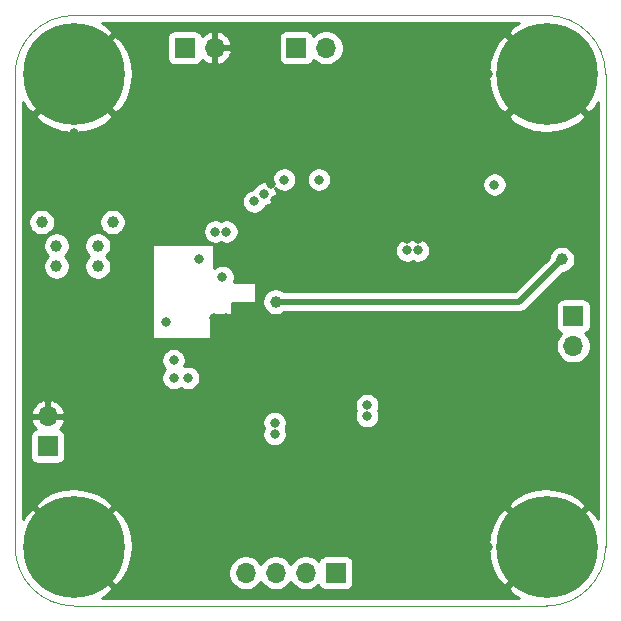
<source format=gbr>
%TF.GenerationSoftware,KiCad,Pcbnew,(5.1.7)-1*%
%TF.CreationDate,2020-10-04T20:50:26-05:00*%
%TF.ProjectId,STM32F4_Breakout,53544d33-3246-4345-9f42-7265616b6f75,rev?*%
%TF.SameCoordinates,Original*%
%TF.FileFunction,Copper,L4,Bot*%
%TF.FilePolarity,Positive*%
%FSLAX46Y46*%
G04 Gerber Fmt 4.6, Leading zero omitted, Abs format (unit mm)*
G04 Created by KiCad (PCBNEW (5.1.7)-1) date 2020-10-04 20:50:26*
%MOMM*%
%LPD*%
G01*
G04 APERTURE LIST*
%TA.AperFunction,Profile*%
%ADD10C,0.050000*%
%TD*%
%TA.AperFunction,ComponentPad*%
%ADD11C,0.900000*%
%TD*%
%TA.AperFunction,ComponentPad*%
%ADD12C,8.600000*%
%TD*%
%TA.AperFunction,ComponentPad*%
%ADD13O,1.700000X1.700000*%
%TD*%
%TA.AperFunction,ComponentPad*%
%ADD14R,1.700000X1.700000*%
%TD*%
%TA.AperFunction,ViaPad*%
%ADD15C,0.800000*%
%TD*%
%TA.AperFunction,ViaPad*%
%ADD16C,1.000000*%
%TD*%
%TA.AperFunction,Conductor*%
%ADD17C,0.500000*%
%TD*%
%TA.AperFunction,Conductor*%
%ADD18C,0.254000*%
%TD*%
%TA.AperFunction,Conductor*%
%ADD19C,0.350000*%
%TD*%
G04 APERTURE END LIST*
D10*
X70000000Y-65000000D02*
G75*
G02*
X65000000Y-70000000I-5000000J0D01*
G01*
X25000000Y-70000000D02*
G75*
G02*
X20000000Y-65000000I0J5000000D01*
G01*
X20000000Y-25000000D02*
G75*
G02*
X25000000Y-20000000I5000000J0D01*
G01*
X65000000Y-20000000D02*
G75*
G02*
X70000000Y-25000000I0J-5000000D01*
G01*
X20000000Y-65000000D02*
X20000000Y-25000000D01*
X65000000Y-70000000D02*
X25000000Y-70000000D01*
X70000000Y-25000000D02*
X70000000Y-65000000D01*
X25000000Y-20000000D02*
X65000000Y-20000000D01*
D11*
%TO.P,H1,1*%
%TO.N,GND*%
X27280419Y-22719581D03*
X25000000Y-21775000D03*
X22719581Y-22719581D03*
X21775000Y-25000000D03*
X22719581Y-27280419D03*
X25000000Y-28225000D03*
X27280419Y-27280419D03*
X28225000Y-25000000D03*
D12*
X25000000Y-25000000D03*
%TD*%
%TO.P,H2,1*%
%TO.N,GND*%
X65000000Y-25000000D03*
D11*
X68225000Y-25000000D03*
X67280419Y-27280419D03*
X65000000Y-28225000D03*
X62719581Y-27280419D03*
X61775000Y-25000000D03*
X62719581Y-22719581D03*
X65000000Y-21775000D03*
X67280419Y-22719581D03*
%TD*%
%TO.P,H3,1*%
%TO.N,GND*%
X67280419Y-62719581D03*
X65000000Y-61775000D03*
X62719581Y-62719581D03*
X61775000Y-65000000D03*
X62719581Y-67280419D03*
X65000000Y-68225000D03*
X67280419Y-67280419D03*
X68225000Y-65000000D03*
D12*
X65000000Y-65000000D03*
%TD*%
%TO.P,H4,1*%
%TO.N,GND*%
X25000000Y-65000000D03*
D11*
X28225000Y-65000000D03*
X27280419Y-67280419D03*
X25000000Y-68225000D03*
X22719581Y-67280419D03*
X21775000Y-65000000D03*
X22719581Y-62719581D03*
X25000000Y-61775000D03*
X27280419Y-62719581D03*
%TD*%
D13*
%TO.P,J1,2*%
%TO.N,GND*%
X22750000Y-53960000D03*
D14*
%TO.P,J1,1*%
%TO.N,VCC*%
X22750000Y-56500000D03*
%TD*%
D13*
%TO.P,J2,2*%
%TO.N,USART1_TX*%
X67250000Y-47990000D03*
D14*
%TO.P,J2,1*%
%TO.N,USART1_RX*%
X67250000Y-45450000D03*
%TD*%
%TO.P,J3,1*%
%TO.N,+3V3*%
X34350000Y-22750000D03*
D13*
%TO.P,J3,2*%
%TO.N,GND*%
X36890000Y-22750000D03*
%TD*%
D14*
%TO.P,J5,1*%
%TO.N,I2C1_SDA*%
X43800000Y-22750000D03*
D13*
%TO.P,J5,2*%
%TO.N,I2C1_SCL*%
X46340000Y-22750000D03*
%TD*%
D14*
%TO.P,J6,1*%
%TO.N,SPI1_MOSI*%
X47150000Y-67200000D03*
D13*
%TO.P,J6,2*%
%TO.N,SPI1_MISO*%
X44610000Y-67200000D03*
%TO.P,J6,3*%
%TO.N,SPI1_SCK*%
X42070000Y-67200000D03*
%TO.P,J6,4*%
%TO.N,SPI1_CS*%
X39530000Y-67200000D03*
%TD*%
D15*
%TO.N,GND*%
X35600000Y-40600000D03*
X32800000Y-46000000D03*
D16*
X21500000Y-46250000D03*
X21500000Y-48250000D03*
X23250000Y-48250000D03*
X21500000Y-50250000D03*
X23250000Y-50250000D03*
D15*
X42000000Y-35600000D03*
X37900000Y-36700000D03*
X53200000Y-38900000D03*
X54100000Y-38900000D03*
X55400000Y-41300000D03*
X53400000Y-51800000D03*
X51800000Y-50900000D03*
X51800000Y-52000000D03*
X48200000Y-55400000D03*
X46700000Y-54400000D03*
X40000000Y-53500000D03*
X40000000Y-52400000D03*
X37875000Y-45600000D03*
X36850000Y-45600000D03*
D16*
X30000000Y-40650000D03*
X30000000Y-39425000D03*
D15*
X31750000Y-34100000D03*
X48200000Y-56325000D03*
X38475000Y-40225000D03*
X41700000Y-34250000D03*
X37900000Y-35700000D03*
X50000000Y-22500000D03*
X55000000Y-22500000D03*
X60000000Y-22500000D03*
X60000000Y-25000000D03*
X55000000Y-25000000D03*
X50000000Y-25000000D03*
X50000000Y-27500000D03*
X55000000Y-27500000D03*
X60000000Y-27500000D03*
X60000000Y-30000000D03*
X55000000Y-30000000D03*
X50000000Y-30000000D03*
X40000000Y-27500000D03*
X40000000Y-25000000D03*
X40000000Y-22500000D03*
X35000000Y-32500000D03*
X40000000Y-32500000D03*
X35000000Y-35000000D03*
X35000000Y-37500000D03*
X32500000Y-37500000D03*
X22500000Y-35000000D03*
X30000000Y-32500000D03*
X50000000Y-32500000D03*
X50000000Y-35000000D03*
X55000000Y-35000000D03*
X55000000Y-32500000D03*
X60000000Y-32500000D03*
X40000000Y-30000000D03*
X55000000Y-52500000D03*
X55000000Y-60000000D03*
X55000000Y-62500000D03*
X55000000Y-65000000D03*
X55000000Y-67500000D03*
X60000000Y-60000000D03*
X60000000Y-62500000D03*
X60000000Y-65000000D03*
X60000000Y-67500000D03*
X50000000Y-67500000D03*
X50000000Y-65000000D03*
X50000000Y-62500000D03*
X50000000Y-60000000D03*
X60000000Y-52500000D03*
X60000000Y-47500000D03*
X65000000Y-52500000D03*
X65000000Y-55000000D03*
X65000000Y-57500000D03*
X60000000Y-50000000D03*
X37500000Y-60000000D03*
X32500000Y-60000000D03*
X32500000Y-57500000D03*
X37500000Y-57500000D03*
X37500000Y-55000000D03*
X32500000Y-55000000D03*
X32500000Y-65000000D03*
X32500000Y-62500000D03*
X37500000Y-62500000D03*
X37500000Y-65000000D03*
X32500000Y-67500000D03*
X32500000Y-52500000D03*
X37500000Y-52500000D03*
X35000000Y-30000000D03*
X30000000Y-30000000D03*
X25000000Y-30000000D03*
X22500000Y-30000000D03*
D16*
%TO.N,+3V3*%
X27000000Y-39500000D03*
X23500000Y-39500000D03*
X27000000Y-41250000D03*
X23500000Y-41250000D03*
X22250000Y-37500000D03*
X28250000Y-37500000D03*
D15*
X41975000Y-54500000D03*
X40250000Y-35750000D03*
X41100000Y-35100000D03*
X37900000Y-38300000D03*
X41975000Y-55450000D03*
X49800000Y-53000000D03*
X49800000Y-53925000D03*
X33425000Y-49200000D03*
X33425000Y-50700000D03*
X34625000Y-50700000D03*
X42775000Y-33900000D03*
X45725000Y-33900000D03*
X53200000Y-39900000D03*
X54100000Y-39900000D03*
X36950000Y-38300000D03*
X37550000Y-42150000D03*
X60575000Y-34325000D03*
D16*
%TO.N,NRST*%
X42050000Y-44250000D03*
X66300000Y-40650000D03*
%TD*%
D17*
%TO.N,NRST*%
X62700000Y-44250000D02*
X66300000Y-40650000D01*
X42050000Y-44250000D02*
X62700000Y-44250000D01*
%TD*%
D18*
%TO.N,GND*%
X62301560Y-20839606D02*
X62188946Y-20914851D01*
X61696787Y-21517182D01*
X65000000Y-24820395D01*
X65014143Y-24806253D01*
X65193748Y-24985858D01*
X65179605Y-25000000D01*
X68482818Y-28303213D01*
X69085149Y-27811054D01*
X69340000Y-27349534D01*
X69340001Y-62648909D01*
X69160394Y-62301560D01*
X69085149Y-62188946D01*
X68482818Y-61696787D01*
X65179605Y-65000000D01*
X65193748Y-65014143D01*
X65014143Y-65193748D01*
X65000000Y-65179605D01*
X61696787Y-68482818D01*
X62188946Y-69085149D01*
X62650466Y-69340000D01*
X27351093Y-69340000D01*
X27698440Y-69160394D01*
X27811054Y-69085149D01*
X28303213Y-68482818D01*
X25000000Y-65179605D01*
X24985858Y-65193748D01*
X24806253Y-65014143D01*
X24820395Y-65000000D01*
X25179605Y-65000000D01*
X28482818Y-68303213D01*
X29085149Y-67811054D01*
X29503336Y-67053740D01*
X38045000Y-67053740D01*
X38045000Y-67346260D01*
X38102068Y-67633158D01*
X38214010Y-67903411D01*
X38376525Y-68146632D01*
X38583368Y-68353475D01*
X38826589Y-68515990D01*
X39096842Y-68627932D01*
X39383740Y-68685000D01*
X39676260Y-68685000D01*
X39963158Y-68627932D01*
X40233411Y-68515990D01*
X40476632Y-68353475D01*
X40683475Y-68146632D01*
X40800000Y-67972240D01*
X40916525Y-68146632D01*
X41123368Y-68353475D01*
X41366589Y-68515990D01*
X41636842Y-68627932D01*
X41923740Y-68685000D01*
X42216260Y-68685000D01*
X42503158Y-68627932D01*
X42773411Y-68515990D01*
X43016632Y-68353475D01*
X43223475Y-68146632D01*
X43340000Y-67972240D01*
X43456525Y-68146632D01*
X43663368Y-68353475D01*
X43906589Y-68515990D01*
X44176842Y-68627932D01*
X44463740Y-68685000D01*
X44756260Y-68685000D01*
X45043158Y-68627932D01*
X45313411Y-68515990D01*
X45556632Y-68353475D01*
X45688487Y-68221620D01*
X45710498Y-68294180D01*
X45769463Y-68404494D01*
X45848815Y-68501185D01*
X45945506Y-68580537D01*
X46055820Y-68639502D01*
X46175518Y-68675812D01*
X46300000Y-68688072D01*
X48000000Y-68688072D01*
X48124482Y-68675812D01*
X48244180Y-68639502D01*
X48354494Y-68580537D01*
X48451185Y-68501185D01*
X48530537Y-68404494D01*
X48589502Y-68294180D01*
X48625812Y-68174482D01*
X48638072Y-68050000D01*
X48638072Y-66350000D01*
X48625812Y-66225518D01*
X48589502Y-66105820D01*
X48530537Y-65995506D01*
X48451185Y-65898815D01*
X48354494Y-65819463D01*
X48244180Y-65760498D01*
X48124482Y-65724188D01*
X48000000Y-65711928D01*
X46300000Y-65711928D01*
X46175518Y-65724188D01*
X46055820Y-65760498D01*
X45945506Y-65819463D01*
X45848815Y-65898815D01*
X45769463Y-65995506D01*
X45710498Y-66105820D01*
X45688487Y-66178380D01*
X45556632Y-66046525D01*
X45313411Y-65884010D01*
X45043158Y-65772068D01*
X44756260Y-65715000D01*
X44463740Y-65715000D01*
X44176842Y-65772068D01*
X43906589Y-65884010D01*
X43663368Y-66046525D01*
X43456525Y-66253368D01*
X43340000Y-66427760D01*
X43223475Y-66253368D01*
X43016632Y-66046525D01*
X42773411Y-65884010D01*
X42503158Y-65772068D01*
X42216260Y-65715000D01*
X41923740Y-65715000D01*
X41636842Y-65772068D01*
X41366589Y-65884010D01*
X41123368Y-66046525D01*
X40916525Y-66253368D01*
X40800000Y-66427760D01*
X40683475Y-66253368D01*
X40476632Y-66046525D01*
X40233411Y-65884010D01*
X39963158Y-65772068D01*
X39676260Y-65715000D01*
X39383740Y-65715000D01*
X39096842Y-65772068D01*
X38826589Y-65884010D01*
X38583368Y-66046525D01*
X38376525Y-66253368D01*
X38214010Y-66496589D01*
X38102068Y-66766842D01*
X38045000Y-67053740D01*
X29503336Y-67053740D01*
X29555063Y-66960067D01*
X29849929Y-66033757D01*
X29958414Y-65067719D01*
X29946940Y-64932281D01*
X60041586Y-64932281D01*
X60123649Y-65900921D01*
X60393107Y-66834938D01*
X60839606Y-67698440D01*
X60914851Y-67811054D01*
X61517182Y-68303213D01*
X64820395Y-65000000D01*
X61517182Y-61696787D01*
X60914851Y-62188946D01*
X60444937Y-63039933D01*
X60150071Y-63966243D01*
X60041586Y-64932281D01*
X29946940Y-64932281D01*
X29876351Y-64099079D01*
X29606893Y-63165062D01*
X29160394Y-62301560D01*
X29085149Y-62188946D01*
X28482818Y-61696787D01*
X25179605Y-65000000D01*
X24820395Y-65000000D01*
X21517182Y-61696787D01*
X20914851Y-62188946D01*
X20660000Y-62650466D01*
X20660000Y-61517182D01*
X21696787Y-61517182D01*
X25000000Y-64820395D01*
X28303213Y-61517182D01*
X61696787Y-61517182D01*
X65000000Y-64820395D01*
X68303213Y-61517182D01*
X67811054Y-60914851D01*
X66960067Y-60444937D01*
X66033757Y-60150071D01*
X65067719Y-60041586D01*
X64099079Y-60123649D01*
X63165062Y-60393107D01*
X62301560Y-60839606D01*
X62188946Y-60914851D01*
X61696787Y-61517182D01*
X28303213Y-61517182D01*
X27811054Y-60914851D01*
X26960067Y-60444937D01*
X26033757Y-60150071D01*
X25067719Y-60041586D01*
X24099079Y-60123649D01*
X23165062Y-60393107D01*
X22301560Y-60839606D01*
X22188946Y-60914851D01*
X21696787Y-61517182D01*
X20660000Y-61517182D01*
X20660000Y-55650000D01*
X21261928Y-55650000D01*
X21261928Y-57350000D01*
X21274188Y-57474482D01*
X21310498Y-57594180D01*
X21369463Y-57704494D01*
X21448815Y-57801185D01*
X21545506Y-57880537D01*
X21655820Y-57939502D01*
X21775518Y-57975812D01*
X21900000Y-57988072D01*
X23600000Y-57988072D01*
X23724482Y-57975812D01*
X23844180Y-57939502D01*
X23954494Y-57880537D01*
X24051185Y-57801185D01*
X24130537Y-57704494D01*
X24189502Y-57594180D01*
X24225812Y-57474482D01*
X24238072Y-57350000D01*
X24238072Y-55650000D01*
X24225812Y-55525518D01*
X24189502Y-55405820D01*
X24130537Y-55295506D01*
X24051185Y-55198815D01*
X23954494Y-55119463D01*
X23844180Y-55060498D01*
X23763534Y-55036034D01*
X23847588Y-54960269D01*
X24021641Y-54726920D01*
X24146825Y-54464099D01*
X24166855Y-54398061D01*
X40940000Y-54398061D01*
X40940000Y-54601939D01*
X40979774Y-54801898D01*
X41051476Y-54975000D01*
X40979774Y-55148102D01*
X40940000Y-55348061D01*
X40940000Y-55551939D01*
X40979774Y-55751898D01*
X41057795Y-55940256D01*
X41171063Y-56109774D01*
X41315226Y-56253937D01*
X41484744Y-56367205D01*
X41673102Y-56445226D01*
X41873061Y-56485000D01*
X42076939Y-56485000D01*
X42276898Y-56445226D01*
X42465256Y-56367205D01*
X42634774Y-56253937D01*
X42778937Y-56109774D01*
X42892205Y-55940256D01*
X42970226Y-55751898D01*
X43010000Y-55551939D01*
X43010000Y-55348061D01*
X42970226Y-55148102D01*
X42898524Y-54975000D01*
X42970226Y-54801898D01*
X43010000Y-54601939D01*
X43010000Y-54398061D01*
X42970226Y-54198102D01*
X42892205Y-54009744D01*
X42778937Y-53840226D01*
X42634774Y-53696063D01*
X42465256Y-53582795D01*
X42276898Y-53504774D01*
X42076939Y-53465000D01*
X41873061Y-53465000D01*
X41673102Y-53504774D01*
X41484744Y-53582795D01*
X41315226Y-53696063D01*
X41171063Y-53840226D01*
X41057795Y-54009744D01*
X40979774Y-54198102D01*
X40940000Y-54398061D01*
X24166855Y-54398061D01*
X24191476Y-54316890D01*
X24070155Y-54087000D01*
X22877000Y-54087000D01*
X22877000Y-54107000D01*
X22623000Y-54107000D01*
X22623000Y-54087000D01*
X21429845Y-54087000D01*
X21308524Y-54316890D01*
X21353175Y-54464099D01*
X21478359Y-54726920D01*
X21652412Y-54960269D01*
X21736466Y-55036034D01*
X21655820Y-55060498D01*
X21545506Y-55119463D01*
X21448815Y-55198815D01*
X21369463Y-55295506D01*
X21310498Y-55405820D01*
X21274188Y-55525518D01*
X21261928Y-55650000D01*
X20660000Y-55650000D01*
X20660000Y-53603110D01*
X21308524Y-53603110D01*
X21429845Y-53833000D01*
X22623000Y-53833000D01*
X22623000Y-52639186D01*
X22877000Y-52639186D01*
X22877000Y-53833000D01*
X24070155Y-53833000D01*
X24191476Y-53603110D01*
X24146825Y-53455901D01*
X24021641Y-53193080D01*
X23847588Y-52959731D01*
X23779171Y-52898061D01*
X48765000Y-52898061D01*
X48765000Y-53101939D01*
X48804774Y-53301898D01*
X48871298Y-53462500D01*
X48804774Y-53623102D01*
X48765000Y-53823061D01*
X48765000Y-54026939D01*
X48804774Y-54226898D01*
X48882795Y-54415256D01*
X48996063Y-54584774D01*
X49140226Y-54728937D01*
X49309744Y-54842205D01*
X49498102Y-54920226D01*
X49698061Y-54960000D01*
X49901939Y-54960000D01*
X50101898Y-54920226D01*
X50290256Y-54842205D01*
X50459774Y-54728937D01*
X50603937Y-54584774D01*
X50717205Y-54415256D01*
X50795226Y-54226898D01*
X50835000Y-54026939D01*
X50835000Y-53823061D01*
X50795226Y-53623102D01*
X50728702Y-53462500D01*
X50795226Y-53301898D01*
X50835000Y-53101939D01*
X50835000Y-52898061D01*
X50795226Y-52698102D01*
X50717205Y-52509744D01*
X50603937Y-52340226D01*
X50459774Y-52196063D01*
X50290256Y-52082795D01*
X50101898Y-52004774D01*
X49901939Y-51965000D01*
X49698061Y-51965000D01*
X49498102Y-52004774D01*
X49309744Y-52082795D01*
X49140226Y-52196063D01*
X48996063Y-52340226D01*
X48882795Y-52509744D01*
X48804774Y-52698102D01*
X48765000Y-52898061D01*
X23779171Y-52898061D01*
X23631355Y-52764822D01*
X23381252Y-52615843D01*
X23106891Y-52518519D01*
X22877000Y-52639186D01*
X22623000Y-52639186D01*
X22393109Y-52518519D01*
X22118748Y-52615843D01*
X21868645Y-52764822D01*
X21652412Y-52959731D01*
X21478359Y-53193080D01*
X21353175Y-53455901D01*
X21308524Y-53603110D01*
X20660000Y-53603110D01*
X20660000Y-49098061D01*
X32390000Y-49098061D01*
X32390000Y-49301939D01*
X32429774Y-49501898D01*
X32507795Y-49690256D01*
X32621063Y-49859774D01*
X32711289Y-49950000D01*
X32621063Y-50040226D01*
X32507795Y-50209744D01*
X32429774Y-50398102D01*
X32390000Y-50598061D01*
X32390000Y-50801939D01*
X32429774Y-51001898D01*
X32507795Y-51190256D01*
X32621063Y-51359774D01*
X32765226Y-51503937D01*
X32934744Y-51617205D01*
X33123102Y-51695226D01*
X33323061Y-51735000D01*
X33526939Y-51735000D01*
X33726898Y-51695226D01*
X33915256Y-51617205D01*
X34025000Y-51543877D01*
X34134744Y-51617205D01*
X34323102Y-51695226D01*
X34523061Y-51735000D01*
X34726939Y-51735000D01*
X34926898Y-51695226D01*
X35115256Y-51617205D01*
X35284774Y-51503937D01*
X35428937Y-51359774D01*
X35542205Y-51190256D01*
X35620226Y-51001898D01*
X35660000Y-50801939D01*
X35660000Y-50598061D01*
X35620226Y-50398102D01*
X35542205Y-50209744D01*
X35428937Y-50040226D01*
X35284774Y-49896063D01*
X35115256Y-49782795D01*
X34926898Y-49704774D01*
X34726939Y-49665000D01*
X34523061Y-49665000D01*
X34333946Y-49702617D01*
X34342205Y-49690256D01*
X34420226Y-49501898D01*
X34460000Y-49301939D01*
X34460000Y-49098061D01*
X34420226Y-48898102D01*
X34342205Y-48709744D01*
X34228937Y-48540226D01*
X34084774Y-48396063D01*
X33915256Y-48282795D01*
X33726898Y-48204774D01*
X33526939Y-48165000D01*
X33323061Y-48165000D01*
X33123102Y-48204774D01*
X32934744Y-48282795D01*
X32765226Y-48396063D01*
X32621063Y-48540226D01*
X32507795Y-48709744D01*
X32429774Y-48898102D01*
X32390000Y-49098061D01*
X20660000Y-49098061D01*
X20660000Y-39388212D01*
X22365000Y-39388212D01*
X22365000Y-39611788D01*
X22408617Y-39831067D01*
X22494176Y-40037624D01*
X22618388Y-40223520D01*
X22769868Y-40375000D01*
X22618388Y-40526480D01*
X22494176Y-40712376D01*
X22408617Y-40918933D01*
X22365000Y-41138212D01*
X22365000Y-41361788D01*
X22408617Y-41581067D01*
X22494176Y-41787624D01*
X22618388Y-41973520D01*
X22776480Y-42131612D01*
X22962376Y-42255824D01*
X23168933Y-42341383D01*
X23388212Y-42385000D01*
X23611788Y-42385000D01*
X23831067Y-42341383D01*
X24037624Y-42255824D01*
X24223520Y-42131612D01*
X24381612Y-41973520D01*
X24505824Y-41787624D01*
X24591383Y-41581067D01*
X24635000Y-41361788D01*
X24635000Y-41138212D01*
X24591383Y-40918933D01*
X24505824Y-40712376D01*
X24381612Y-40526480D01*
X24230132Y-40375000D01*
X24381612Y-40223520D01*
X24505824Y-40037624D01*
X24591383Y-39831067D01*
X24635000Y-39611788D01*
X24635000Y-39388212D01*
X25865000Y-39388212D01*
X25865000Y-39611788D01*
X25908617Y-39831067D01*
X25994176Y-40037624D01*
X26118388Y-40223520D01*
X26269868Y-40375000D01*
X26118388Y-40526480D01*
X25994176Y-40712376D01*
X25908617Y-40918933D01*
X25865000Y-41138212D01*
X25865000Y-41361788D01*
X25908617Y-41581067D01*
X25994176Y-41787624D01*
X26118388Y-41973520D01*
X26276480Y-42131612D01*
X26462376Y-42255824D01*
X26668933Y-42341383D01*
X26888212Y-42385000D01*
X27111788Y-42385000D01*
X27331067Y-42341383D01*
X27537624Y-42255824D01*
X27723520Y-42131612D01*
X27881612Y-41973520D01*
X28005824Y-41787624D01*
X28091383Y-41581067D01*
X28135000Y-41361788D01*
X28135000Y-41138212D01*
X28091383Y-40918933D01*
X28005824Y-40712376D01*
X27881612Y-40526480D01*
X27730132Y-40375000D01*
X27881612Y-40223520D01*
X28005824Y-40037624D01*
X28091383Y-39831067D01*
X28135000Y-39611788D01*
X28135000Y-39500000D01*
X31623000Y-39500000D01*
X31623000Y-47250000D01*
X31625440Y-47274776D01*
X31632667Y-47298601D01*
X31644403Y-47320557D01*
X31660197Y-47339803D01*
X31679443Y-47355597D01*
X31701399Y-47367333D01*
X31725224Y-47374560D01*
X31750000Y-47377000D01*
X36500000Y-47377000D01*
X36524776Y-47374560D01*
X36548601Y-47367333D01*
X36570557Y-47355597D01*
X36589803Y-47339803D01*
X36605597Y-47320557D01*
X36617333Y-47298601D01*
X36624560Y-47274776D01*
X36627000Y-47250000D01*
X36627000Y-45377000D01*
X38250000Y-45377000D01*
X38274776Y-45374560D01*
X38298601Y-45367333D01*
X38320557Y-45355597D01*
X38339803Y-45339803D01*
X38355597Y-45320557D01*
X38367333Y-45298601D01*
X38374560Y-45274776D01*
X38377000Y-45250000D01*
X38377000Y-44377000D01*
X40250000Y-44377000D01*
X40274776Y-44374560D01*
X40298601Y-44367333D01*
X40320557Y-44355597D01*
X40339803Y-44339803D01*
X40355597Y-44320557D01*
X40367333Y-44298601D01*
X40374560Y-44274776D01*
X40377000Y-44250000D01*
X40377000Y-44138212D01*
X40915000Y-44138212D01*
X40915000Y-44361788D01*
X40958617Y-44581067D01*
X41044176Y-44787624D01*
X41168388Y-44973520D01*
X41326480Y-45131612D01*
X41512376Y-45255824D01*
X41718933Y-45341383D01*
X41938212Y-45385000D01*
X42161788Y-45385000D01*
X42381067Y-45341383D01*
X42587624Y-45255824D01*
X42768450Y-45135000D01*
X62656531Y-45135000D01*
X62700000Y-45139281D01*
X62743469Y-45135000D01*
X62743477Y-45135000D01*
X62873490Y-45122195D01*
X63040313Y-45071589D01*
X63194059Y-44989411D01*
X63328817Y-44878817D01*
X63356534Y-44845044D01*
X63601578Y-44600000D01*
X65761928Y-44600000D01*
X65761928Y-46300000D01*
X65774188Y-46424482D01*
X65810498Y-46544180D01*
X65869463Y-46654494D01*
X65948815Y-46751185D01*
X66045506Y-46830537D01*
X66155820Y-46889502D01*
X66228380Y-46911513D01*
X66096525Y-47043368D01*
X65934010Y-47286589D01*
X65822068Y-47556842D01*
X65765000Y-47843740D01*
X65765000Y-48136260D01*
X65822068Y-48423158D01*
X65934010Y-48693411D01*
X66096525Y-48936632D01*
X66303368Y-49143475D01*
X66546589Y-49305990D01*
X66816842Y-49417932D01*
X67103740Y-49475000D01*
X67396260Y-49475000D01*
X67683158Y-49417932D01*
X67953411Y-49305990D01*
X68196632Y-49143475D01*
X68403475Y-48936632D01*
X68565990Y-48693411D01*
X68677932Y-48423158D01*
X68735000Y-48136260D01*
X68735000Y-47843740D01*
X68677932Y-47556842D01*
X68565990Y-47286589D01*
X68403475Y-47043368D01*
X68271620Y-46911513D01*
X68344180Y-46889502D01*
X68454494Y-46830537D01*
X68551185Y-46751185D01*
X68630537Y-46654494D01*
X68689502Y-46544180D01*
X68725812Y-46424482D01*
X68738072Y-46300000D01*
X68738072Y-44600000D01*
X68725812Y-44475518D01*
X68689502Y-44355820D01*
X68630537Y-44245506D01*
X68551185Y-44148815D01*
X68454494Y-44069463D01*
X68344180Y-44010498D01*
X68224482Y-43974188D01*
X68100000Y-43961928D01*
X66400000Y-43961928D01*
X66275518Y-43974188D01*
X66155820Y-44010498D01*
X66045506Y-44069463D01*
X65948815Y-44148815D01*
X65869463Y-44245506D01*
X65810498Y-44355820D01*
X65774188Y-44475518D01*
X65761928Y-44600000D01*
X63601578Y-44600000D01*
X66417768Y-41783810D01*
X66631067Y-41741383D01*
X66837624Y-41655824D01*
X67023520Y-41531612D01*
X67181612Y-41373520D01*
X67305824Y-41187624D01*
X67391383Y-40981067D01*
X67435000Y-40761788D01*
X67435000Y-40538212D01*
X67391383Y-40318933D01*
X67305824Y-40112376D01*
X67181612Y-39926480D01*
X67023520Y-39768388D01*
X66837624Y-39644176D01*
X66631067Y-39558617D01*
X66411788Y-39515000D01*
X66188212Y-39515000D01*
X65968933Y-39558617D01*
X65762376Y-39644176D01*
X65576480Y-39768388D01*
X65418388Y-39926480D01*
X65294176Y-40112376D01*
X65208617Y-40318933D01*
X65166190Y-40532232D01*
X62333422Y-43365000D01*
X42768450Y-43365000D01*
X42587624Y-43244176D01*
X42381067Y-43158617D01*
X42161788Y-43115000D01*
X41938212Y-43115000D01*
X41718933Y-43158617D01*
X41512376Y-43244176D01*
X41326480Y-43368388D01*
X41168388Y-43526480D01*
X41044176Y-43712376D01*
X40958617Y-43918933D01*
X40915000Y-44138212D01*
X40377000Y-44138212D01*
X40377000Y-42700000D01*
X40374560Y-42675224D01*
X40367333Y-42651399D01*
X40355597Y-42629443D01*
X40339803Y-42610197D01*
X40320557Y-42594403D01*
X40298601Y-42582667D01*
X40274776Y-42575440D01*
X40250000Y-42573000D01*
X38495064Y-42573000D01*
X38545226Y-42451898D01*
X38585000Y-42251939D01*
X38585000Y-42048061D01*
X38545226Y-41848102D01*
X38467205Y-41659744D01*
X38353937Y-41490226D01*
X38209774Y-41346063D01*
X38040256Y-41232795D01*
X37851898Y-41154774D01*
X37651939Y-41115000D01*
X37448061Y-41115000D01*
X37248102Y-41154774D01*
X37059744Y-41232795D01*
X36890226Y-41346063D01*
X36877000Y-41359289D01*
X36877000Y-39798061D01*
X52165000Y-39798061D01*
X52165000Y-40001939D01*
X52204774Y-40201898D01*
X52282795Y-40390256D01*
X52396063Y-40559774D01*
X52540226Y-40703937D01*
X52709744Y-40817205D01*
X52898102Y-40895226D01*
X53098061Y-40935000D01*
X53301939Y-40935000D01*
X53501898Y-40895226D01*
X53650000Y-40833880D01*
X53798102Y-40895226D01*
X53998061Y-40935000D01*
X54201939Y-40935000D01*
X54401898Y-40895226D01*
X54590256Y-40817205D01*
X54759774Y-40703937D01*
X54903937Y-40559774D01*
X55017205Y-40390256D01*
X55095226Y-40201898D01*
X55135000Y-40001939D01*
X55135000Y-39798061D01*
X55095226Y-39598102D01*
X55017205Y-39409744D01*
X54903937Y-39240226D01*
X54759774Y-39096063D01*
X54590256Y-38982795D01*
X54401898Y-38904774D01*
X54201939Y-38865000D01*
X53998061Y-38865000D01*
X53798102Y-38904774D01*
X53650000Y-38966120D01*
X53501898Y-38904774D01*
X53301939Y-38865000D01*
X53098061Y-38865000D01*
X52898102Y-38904774D01*
X52709744Y-38982795D01*
X52540226Y-39096063D01*
X52396063Y-39240226D01*
X52282795Y-39409744D01*
X52204774Y-39598102D01*
X52165000Y-39798061D01*
X36877000Y-39798061D01*
X36877000Y-39500000D01*
X36874560Y-39475224D01*
X36867333Y-39451399D01*
X36855597Y-39429443D01*
X36839803Y-39410197D01*
X36820557Y-39394403D01*
X36798601Y-39382667D01*
X36774776Y-39375440D01*
X36750000Y-39373000D01*
X31750000Y-39373000D01*
X31725224Y-39375440D01*
X31701399Y-39382667D01*
X31679443Y-39394403D01*
X31660197Y-39410197D01*
X31644403Y-39429443D01*
X31632667Y-39451399D01*
X31625440Y-39475224D01*
X31623000Y-39500000D01*
X28135000Y-39500000D01*
X28135000Y-39388212D01*
X28091383Y-39168933D01*
X28005824Y-38962376D01*
X27881612Y-38776480D01*
X27723520Y-38618388D01*
X27537624Y-38494176D01*
X27331067Y-38408617D01*
X27111788Y-38365000D01*
X26888212Y-38365000D01*
X26668933Y-38408617D01*
X26462376Y-38494176D01*
X26276480Y-38618388D01*
X26118388Y-38776480D01*
X25994176Y-38962376D01*
X25908617Y-39168933D01*
X25865000Y-39388212D01*
X24635000Y-39388212D01*
X24591383Y-39168933D01*
X24505824Y-38962376D01*
X24381612Y-38776480D01*
X24223520Y-38618388D01*
X24037624Y-38494176D01*
X23831067Y-38408617D01*
X23611788Y-38365000D01*
X23388212Y-38365000D01*
X23168933Y-38408617D01*
X22962376Y-38494176D01*
X22776480Y-38618388D01*
X22618388Y-38776480D01*
X22494176Y-38962376D01*
X22408617Y-39168933D01*
X22365000Y-39388212D01*
X20660000Y-39388212D01*
X20660000Y-37388212D01*
X21115000Y-37388212D01*
X21115000Y-37611788D01*
X21158617Y-37831067D01*
X21244176Y-38037624D01*
X21368388Y-38223520D01*
X21526480Y-38381612D01*
X21712376Y-38505824D01*
X21918933Y-38591383D01*
X22138212Y-38635000D01*
X22361788Y-38635000D01*
X22581067Y-38591383D01*
X22787624Y-38505824D01*
X22973520Y-38381612D01*
X23131612Y-38223520D01*
X23255824Y-38037624D01*
X23341383Y-37831067D01*
X23385000Y-37611788D01*
X23385000Y-37388212D01*
X27115000Y-37388212D01*
X27115000Y-37611788D01*
X27158617Y-37831067D01*
X27244176Y-38037624D01*
X27368388Y-38223520D01*
X27526480Y-38381612D01*
X27712376Y-38505824D01*
X27918933Y-38591383D01*
X28138212Y-38635000D01*
X28361788Y-38635000D01*
X28581067Y-38591383D01*
X28787624Y-38505824D01*
X28973520Y-38381612D01*
X29131612Y-38223520D01*
X29148623Y-38198061D01*
X35915000Y-38198061D01*
X35915000Y-38401939D01*
X35954774Y-38601898D01*
X36032795Y-38790256D01*
X36146063Y-38959774D01*
X36290226Y-39103937D01*
X36459744Y-39217205D01*
X36648102Y-39295226D01*
X36848061Y-39335000D01*
X37051939Y-39335000D01*
X37251898Y-39295226D01*
X37425000Y-39223524D01*
X37598102Y-39295226D01*
X37798061Y-39335000D01*
X38001939Y-39335000D01*
X38201898Y-39295226D01*
X38390256Y-39217205D01*
X38559774Y-39103937D01*
X38703937Y-38959774D01*
X38817205Y-38790256D01*
X38895226Y-38601898D01*
X38935000Y-38401939D01*
X38935000Y-38198061D01*
X38895226Y-37998102D01*
X38817205Y-37809744D01*
X38703937Y-37640226D01*
X38559774Y-37496063D01*
X38390256Y-37382795D01*
X38201898Y-37304774D01*
X38001939Y-37265000D01*
X37798061Y-37265000D01*
X37598102Y-37304774D01*
X37425000Y-37376476D01*
X37251898Y-37304774D01*
X37051939Y-37265000D01*
X36848061Y-37265000D01*
X36648102Y-37304774D01*
X36459744Y-37382795D01*
X36290226Y-37496063D01*
X36146063Y-37640226D01*
X36032795Y-37809744D01*
X35954774Y-37998102D01*
X35915000Y-38198061D01*
X29148623Y-38198061D01*
X29255824Y-38037624D01*
X29341383Y-37831067D01*
X29385000Y-37611788D01*
X29385000Y-37388212D01*
X29341383Y-37168933D01*
X29255824Y-36962376D01*
X29131612Y-36776480D01*
X28973520Y-36618388D01*
X28787624Y-36494176D01*
X28581067Y-36408617D01*
X28361788Y-36365000D01*
X28138212Y-36365000D01*
X27918933Y-36408617D01*
X27712376Y-36494176D01*
X27526480Y-36618388D01*
X27368388Y-36776480D01*
X27244176Y-36962376D01*
X27158617Y-37168933D01*
X27115000Y-37388212D01*
X23385000Y-37388212D01*
X23341383Y-37168933D01*
X23255824Y-36962376D01*
X23131612Y-36776480D01*
X22973520Y-36618388D01*
X22787624Y-36494176D01*
X22581067Y-36408617D01*
X22361788Y-36365000D01*
X22138212Y-36365000D01*
X21918933Y-36408617D01*
X21712376Y-36494176D01*
X21526480Y-36618388D01*
X21368388Y-36776480D01*
X21244176Y-36962376D01*
X21158617Y-37168933D01*
X21115000Y-37388212D01*
X20660000Y-37388212D01*
X20660000Y-35648061D01*
X39215000Y-35648061D01*
X39215000Y-35851939D01*
X39254774Y-36051898D01*
X39332795Y-36240256D01*
X39446063Y-36409774D01*
X39590226Y-36553937D01*
X39759744Y-36667205D01*
X39948102Y-36745226D01*
X40148061Y-36785000D01*
X40351939Y-36785000D01*
X40551898Y-36745226D01*
X40740256Y-36667205D01*
X40909774Y-36553937D01*
X41053937Y-36409774D01*
X41167205Y-36240256D01*
X41211600Y-36133078D01*
X41401898Y-36095226D01*
X41590256Y-36017205D01*
X41759774Y-35903937D01*
X41903937Y-35759774D01*
X42017205Y-35590256D01*
X42095226Y-35401898D01*
X42135000Y-35201939D01*
X42135000Y-34998061D01*
X42095226Y-34798102D01*
X42017205Y-34609744D01*
X42009497Y-34598208D01*
X42115226Y-34703937D01*
X42284744Y-34817205D01*
X42473102Y-34895226D01*
X42673061Y-34935000D01*
X42876939Y-34935000D01*
X43076898Y-34895226D01*
X43265256Y-34817205D01*
X43434774Y-34703937D01*
X43578937Y-34559774D01*
X43692205Y-34390256D01*
X43770226Y-34201898D01*
X43810000Y-34001939D01*
X43810000Y-33798061D01*
X44690000Y-33798061D01*
X44690000Y-34001939D01*
X44729774Y-34201898D01*
X44807795Y-34390256D01*
X44921063Y-34559774D01*
X45065226Y-34703937D01*
X45234744Y-34817205D01*
X45423102Y-34895226D01*
X45623061Y-34935000D01*
X45826939Y-34935000D01*
X46026898Y-34895226D01*
X46215256Y-34817205D01*
X46384774Y-34703937D01*
X46528937Y-34559774D01*
X46642205Y-34390256D01*
X46711459Y-34223061D01*
X59540000Y-34223061D01*
X59540000Y-34426939D01*
X59579774Y-34626898D01*
X59657795Y-34815256D01*
X59771063Y-34984774D01*
X59915226Y-35128937D01*
X60084744Y-35242205D01*
X60273102Y-35320226D01*
X60473061Y-35360000D01*
X60676939Y-35360000D01*
X60876898Y-35320226D01*
X61065256Y-35242205D01*
X61234774Y-35128937D01*
X61378937Y-34984774D01*
X61492205Y-34815256D01*
X61570226Y-34626898D01*
X61610000Y-34426939D01*
X61610000Y-34223061D01*
X61570226Y-34023102D01*
X61492205Y-33834744D01*
X61378937Y-33665226D01*
X61234774Y-33521063D01*
X61065256Y-33407795D01*
X60876898Y-33329774D01*
X60676939Y-33290000D01*
X60473061Y-33290000D01*
X60273102Y-33329774D01*
X60084744Y-33407795D01*
X59915226Y-33521063D01*
X59771063Y-33665226D01*
X59657795Y-33834744D01*
X59579774Y-34023102D01*
X59540000Y-34223061D01*
X46711459Y-34223061D01*
X46720226Y-34201898D01*
X46760000Y-34001939D01*
X46760000Y-33798061D01*
X46720226Y-33598102D01*
X46642205Y-33409744D01*
X46528937Y-33240226D01*
X46384774Y-33096063D01*
X46215256Y-32982795D01*
X46026898Y-32904774D01*
X45826939Y-32865000D01*
X45623061Y-32865000D01*
X45423102Y-32904774D01*
X45234744Y-32982795D01*
X45065226Y-33096063D01*
X44921063Y-33240226D01*
X44807795Y-33409744D01*
X44729774Y-33598102D01*
X44690000Y-33798061D01*
X43810000Y-33798061D01*
X43770226Y-33598102D01*
X43692205Y-33409744D01*
X43578937Y-33240226D01*
X43434774Y-33096063D01*
X43265256Y-32982795D01*
X43076898Y-32904774D01*
X42876939Y-32865000D01*
X42673061Y-32865000D01*
X42473102Y-32904774D01*
X42284744Y-32982795D01*
X42115226Y-33096063D01*
X41971063Y-33240226D01*
X41857795Y-33409744D01*
X41779774Y-33598102D01*
X41740000Y-33798061D01*
X41740000Y-34001939D01*
X41779774Y-34201898D01*
X41857795Y-34390256D01*
X41865503Y-34401792D01*
X41759774Y-34296063D01*
X41590256Y-34182795D01*
X41401898Y-34104774D01*
X41201939Y-34065000D01*
X40998061Y-34065000D01*
X40798102Y-34104774D01*
X40609744Y-34182795D01*
X40440226Y-34296063D01*
X40296063Y-34440226D01*
X40182795Y-34609744D01*
X40138400Y-34716922D01*
X39948102Y-34754774D01*
X39759744Y-34832795D01*
X39590226Y-34946063D01*
X39446063Y-35090226D01*
X39332795Y-35259744D01*
X39254774Y-35448102D01*
X39215000Y-35648061D01*
X20660000Y-35648061D01*
X20660000Y-28482818D01*
X21696787Y-28482818D01*
X22188946Y-29085149D01*
X23039933Y-29555063D01*
X23966243Y-29849929D01*
X24932281Y-29958414D01*
X25900921Y-29876351D01*
X26834938Y-29606893D01*
X27698440Y-29160394D01*
X27811054Y-29085149D01*
X28303213Y-28482818D01*
X61696787Y-28482818D01*
X62188946Y-29085149D01*
X63039933Y-29555063D01*
X63966243Y-29849929D01*
X64932281Y-29958414D01*
X65900921Y-29876351D01*
X66834938Y-29606893D01*
X67698440Y-29160394D01*
X67811054Y-29085149D01*
X68303213Y-28482818D01*
X65000000Y-25179605D01*
X61696787Y-28482818D01*
X28303213Y-28482818D01*
X25000000Y-25179605D01*
X21696787Y-28482818D01*
X20660000Y-28482818D01*
X20660000Y-27351093D01*
X20839606Y-27698440D01*
X20914851Y-27811054D01*
X21517182Y-28303213D01*
X24820395Y-25000000D01*
X25179605Y-25000000D01*
X28482818Y-28303213D01*
X29085149Y-27811054D01*
X29555063Y-26960067D01*
X29849929Y-26033757D01*
X29958414Y-25067719D01*
X29946940Y-24932281D01*
X60041586Y-24932281D01*
X60123649Y-25900921D01*
X60393107Y-26834938D01*
X60839606Y-27698440D01*
X60914851Y-27811054D01*
X61517182Y-28303213D01*
X64820395Y-25000000D01*
X61517182Y-21696787D01*
X60914851Y-22188946D01*
X60444937Y-23039933D01*
X60150071Y-23966243D01*
X60041586Y-24932281D01*
X29946940Y-24932281D01*
X29876351Y-24099079D01*
X29606893Y-23165062D01*
X29160394Y-22301560D01*
X29085149Y-22188946D01*
X28731522Y-21900000D01*
X32861928Y-21900000D01*
X32861928Y-23600000D01*
X32874188Y-23724482D01*
X32910498Y-23844180D01*
X32969463Y-23954494D01*
X33048815Y-24051185D01*
X33145506Y-24130537D01*
X33255820Y-24189502D01*
X33375518Y-24225812D01*
X33500000Y-24238072D01*
X35200000Y-24238072D01*
X35324482Y-24225812D01*
X35444180Y-24189502D01*
X35554494Y-24130537D01*
X35651185Y-24051185D01*
X35730537Y-23954494D01*
X35789502Y-23844180D01*
X35813966Y-23763534D01*
X35889731Y-23847588D01*
X36123080Y-24021641D01*
X36385901Y-24146825D01*
X36533110Y-24191476D01*
X36763000Y-24070155D01*
X36763000Y-22877000D01*
X37017000Y-22877000D01*
X37017000Y-24070155D01*
X37246890Y-24191476D01*
X37394099Y-24146825D01*
X37656920Y-24021641D01*
X37890269Y-23847588D01*
X38085178Y-23631355D01*
X38234157Y-23381252D01*
X38331481Y-23106891D01*
X38210814Y-22877000D01*
X37017000Y-22877000D01*
X36763000Y-22877000D01*
X36743000Y-22877000D01*
X36743000Y-22623000D01*
X36763000Y-22623000D01*
X36763000Y-21429845D01*
X37017000Y-21429845D01*
X37017000Y-22623000D01*
X38210814Y-22623000D01*
X38331481Y-22393109D01*
X38234157Y-22118748D01*
X38103856Y-21900000D01*
X42311928Y-21900000D01*
X42311928Y-23600000D01*
X42324188Y-23724482D01*
X42360498Y-23844180D01*
X42419463Y-23954494D01*
X42498815Y-24051185D01*
X42595506Y-24130537D01*
X42705820Y-24189502D01*
X42825518Y-24225812D01*
X42950000Y-24238072D01*
X44650000Y-24238072D01*
X44774482Y-24225812D01*
X44894180Y-24189502D01*
X45004494Y-24130537D01*
X45101185Y-24051185D01*
X45180537Y-23954494D01*
X45239502Y-23844180D01*
X45261513Y-23771620D01*
X45393368Y-23903475D01*
X45636589Y-24065990D01*
X45906842Y-24177932D01*
X46193740Y-24235000D01*
X46486260Y-24235000D01*
X46773158Y-24177932D01*
X47043411Y-24065990D01*
X47286632Y-23903475D01*
X47493475Y-23696632D01*
X47655990Y-23453411D01*
X47767932Y-23183158D01*
X47825000Y-22896260D01*
X47825000Y-22603740D01*
X47767932Y-22316842D01*
X47655990Y-22046589D01*
X47493475Y-21803368D01*
X47286632Y-21596525D01*
X47043411Y-21434010D01*
X46773158Y-21322068D01*
X46486260Y-21265000D01*
X46193740Y-21265000D01*
X45906842Y-21322068D01*
X45636589Y-21434010D01*
X45393368Y-21596525D01*
X45261513Y-21728380D01*
X45239502Y-21655820D01*
X45180537Y-21545506D01*
X45101185Y-21448815D01*
X45004494Y-21369463D01*
X44894180Y-21310498D01*
X44774482Y-21274188D01*
X44650000Y-21261928D01*
X42950000Y-21261928D01*
X42825518Y-21274188D01*
X42705820Y-21310498D01*
X42595506Y-21369463D01*
X42498815Y-21448815D01*
X42419463Y-21545506D01*
X42360498Y-21655820D01*
X42324188Y-21775518D01*
X42311928Y-21900000D01*
X38103856Y-21900000D01*
X38085178Y-21868645D01*
X37890269Y-21652412D01*
X37656920Y-21478359D01*
X37394099Y-21353175D01*
X37246890Y-21308524D01*
X37017000Y-21429845D01*
X36763000Y-21429845D01*
X36533110Y-21308524D01*
X36385901Y-21353175D01*
X36123080Y-21478359D01*
X35889731Y-21652412D01*
X35813966Y-21736466D01*
X35789502Y-21655820D01*
X35730537Y-21545506D01*
X35651185Y-21448815D01*
X35554494Y-21369463D01*
X35444180Y-21310498D01*
X35324482Y-21274188D01*
X35200000Y-21261928D01*
X33500000Y-21261928D01*
X33375518Y-21274188D01*
X33255820Y-21310498D01*
X33145506Y-21369463D01*
X33048815Y-21448815D01*
X32969463Y-21545506D01*
X32910498Y-21655820D01*
X32874188Y-21775518D01*
X32861928Y-21900000D01*
X28731522Y-21900000D01*
X28482818Y-21696787D01*
X25179605Y-25000000D01*
X24820395Y-25000000D01*
X24806253Y-24985858D01*
X24985858Y-24806253D01*
X25000000Y-24820395D01*
X28303213Y-21517182D01*
X27811054Y-20914851D01*
X27349534Y-20660000D01*
X62648907Y-20660000D01*
X62301560Y-20839606D01*
%TA.AperFunction,Conductor*%
D19*
G36*
X62301560Y-20839606D02*
G01*
X62188946Y-20914851D01*
X61696787Y-21517182D01*
X65000000Y-24820395D01*
X65014143Y-24806253D01*
X65193748Y-24985858D01*
X65179605Y-25000000D01*
X68482818Y-28303213D01*
X69085149Y-27811054D01*
X69340000Y-27349534D01*
X69340001Y-62648909D01*
X69160394Y-62301560D01*
X69085149Y-62188946D01*
X68482818Y-61696787D01*
X65179605Y-65000000D01*
X65193748Y-65014143D01*
X65014143Y-65193748D01*
X65000000Y-65179605D01*
X61696787Y-68482818D01*
X62188946Y-69085149D01*
X62650466Y-69340000D01*
X27351093Y-69340000D01*
X27698440Y-69160394D01*
X27811054Y-69085149D01*
X28303213Y-68482818D01*
X25000000Y-65179605D01*
X24985858Y-65193748D01*
X24806253Y-65014143D01*
X24820395Y-65000000D01*
X25179605Y-65000000D01*
X28482818Y-68303213D01*
X29085149Y-67811054D01*
X29503336Y-67053740D01*
X38045000Y-67053740D01*
X38045000Y-67346260D01*
X38102068Y-67633158D01*
X38214010Y-67903411D01*
X38376525Y-68146632D01*
X38583368Y-68353475D01*
X38826589Y-68515990D01*
X39096842Y-68627932D01*
X39383740Y-68685000D01*
X39676260Y-68685000D01*
X39963158Y-68627932D01*
X40233411Y-68515990D01*
X40476632Y-68353475D01*
X40683475Y-68146632D01*
X40800000Y-67972240D01*
X40916525Y-68146632D01*
X41123368Y-68353475D01*
X41366589Y-68515990D01*
X41636842Y-68627932D01*
X41923740Y-68685000D01*
X42216260Y-68685000D01*
X42503158Y-68627932D01*
X42773411Y-68515990D01*
X43016632Y-68353475D01*
X43223475Y-68146632D01*
X43340000Y-67972240D01*
X43456525Y-68146632D01*
X43663368Y-68353475D01*
X43906589Y-68515990D01*
X44176842Y-68627932D01*
X44463740Y-68685000D01*
X44756260Y-68685000D01*
X45043158Y-68627932D01*
X45313411Y-68515990D01*
X45556632Y-68353475D01*
X45688487Y-68221620D01*
X45710498Y-68294180D01*
X45769463Y-68404494D01*
X45848815Y-68501185D01*
X45945506Y-68580537D01*
X46055820Y-68639502D01*
X46175518Y-68675812D01*
X46300000Y-68688072D01*
X48000000Y-68688072D01*
X48124482Y-68675812D01*
X48244180Y-68639502D01*
X48354494Y-68580537D01*
X48451185Y-68501185D01*
X48530537Y-68404494D01*
X48589502Y-68294180D01*
X48625812Y-68174482D01*
X48638072Y-68050000D01*
X48638072Y-66350000D01*
X48625812Y-66225518D01*
X48589502Y-66105820D01*
X48530537Y-65995506D01*
X48451185Y-65898815D01*
X48354494Y-65819463D01*
X48244180Y-65760498D01*
X48124482Y-65724188D01*
X48000000Y-65711928D01*
X46300000Y-65711928D01*
X46175518Y-65724188D01*
X46055820Y-65760498D01*
X45945506Y-65819463D01*
X45848815Y-65898815D01*
X45769463Y-65995506D01*
X45710498Y-66105820D01*
X45688487Y-66178380D01*
X45556632Y-66046525D01*
X45313411Y-65884010D01*
X45043158Y-65772068D01*
X44756260Y-65715000D01*
X44463740Y-65715000D01*
X44176842Y-65772068D01*
X43906589Y-65884010D01*
X43663368Y-66046525D01*
X43456525Y-66253368D01*
X43340000Y-66427760D01*
X43223475Y-66253368D01*
X43016632Y-66046525D01*
X42773411Y-65884010D01*
X42503158Y-65772068D01*
X42216260Y-65715000D01*
X41923740Y-65715000D01*
X41636842Y-65772068D01*
X41366589Y-65884010D01*
X41123368Y-66046525D01*
X40916525Y-66253368D01*
X40800000Y-66427760D01*
X40683475Y-66253368D01*
X40476632Y-66046525D01*
X40233411Y-65884010D01*
X39963158Y-65772068D01*
X39676260Y-65715000D01*
X39383740Y-65715000D01*
X39096842Y-65772068D01*
X38826589Y-65884010D01*
X38583368Y-66046525D01*
X38376525Y-66253368D01*
X38214010Y-66496589D01*
X38102068Y-66766842D01*
X38045000Y-67053740D01*
X29503336Y-67053740D01*
X29555063Y-66960067D01*
X29849929Y-66033757D01*
X29958414Y-65067719D01*
X29946940Y-64932281D01*
X60041586Y-64932281D01*
X60123649Y-65900921D01*
X60393107Y-66834938D01*
X60839606Y-67698440D01*
X60914851Y-67811054D01*
X61517182Y-68303213D01*
X64820395Y-65000000D01*
X61517182Y-61696787D01*
X60914851Y-62188946D01*
X60444937Y-63039933D01*
X60150071Y-63966243D01*
X60041586Y-64932281D01*
X29946940Y-64932281D01*
X29876351Y-64099079D01*
X29606893Y-63165062D01*
X29160394Y-62301560D01*
X29085149Y-62188946D01*
X28482818Y-61696787D01*
X25179605Y-65000000D01*
X24820395Y-65000000D01*
X21517182Y-61696787D01*
X20914851Y-62188946D01*
X20660000Y-62650466D01*
X20660000Y-61517182D01*
X21696787Y-61517182D01*
X25000000Y-64820395D01*
X28303213Y-61517182D01*
X61696787Y-61517182D01*
X65000000Y-64820395D01*
X68303213Y-61517182D01*
X67811054Y-60914851D01*
X66960067Y-60444937D01*
X66033757Y-60150071D01*
X65067719Y-60041586D01*
X64099079Y-60123649D01*
X63165062Y-60393107D01*
X62301560Y-60839606D01*
X62188946Y-60914851D01*
X61696787Y-61517182D01*
X28303213Y-61517182D01*
X27811054Y-60914851D01*
X26960067Y-60444937D01*
X26033757Y-60150071D01*
X25067719Y-60041586D01*
X24099079Y-60123649D01*
X23165062Y-60393107D01*
X22301560Y-60839606D01*
X22188946Y-60914851D01*
X21696787Y-61517182D01*
X20660000Y-61517182D01*
X20660000Y-55650000D01*
X21261928Y-55650000D01*
X21261928Y-57350000D01*
X21274188Y-57474482D01*
X21310498Y-57594180D01*
X21369463Y-57704494D01*
X21448815Y-57801185D01*
X21545506Y-57880537D01*
X21655820Y-57939502D01*
X21775518Y-57975812D01*
X21900000Y-57988072D01*
X23600000Y-57988072D01*
X23724482Y-57975812D01*
X23844180Y-57939502D01*
X23954494Y-57880537D01*
X24051185Y-57801185D01*
X24130537Y-57704494D01*
X24189502Y-57594180D01*
X24225812Y-57474482D01*
X24238072Y-57350000D01*
X24238072Y-55650000D01*
X24225812Y-55525518D01*
X24189502Y-55405820D01*
X24130537Y-55295506D01*
X24051185Y-55198815D01*
X23954494Y-55119463D01*
X23844180Y-55060498D01*
X23763534Y-55036034D01*
X23847588Y-54960269D01*
X24021641Y-54726920D01*
X24146825Y-54464099D01*
X24166855Y-54398061D01*
X40940000Y-54398061D01*
X40940000Y-54601939D01*
X40979774Y-54801898D01*
X41051476Y-54975000D01*
X40979774Y-55148102D01*
X40940000Y-55348061D01*
X40940000Y-55551939D01*
X40979774Y-55751898D01*
X41057795Y-55940256D01*
X41171063Y-56109774D01*
X41315226Y-56253937D01*
X41484744Y-56367205D01*
X41673102Y-56445226D01*
X41873061Y-56485000D01*
X42076939Y-56485000D01*
X42276898Y-56445226D01*
X42465256Y-56367205D01*
X42634774Y-56253937D01*
X42778937Y-56109774D01*
X42892205Y-55940256D01*
X42970226Y-55751898D01*
X43010000Y-55551939D01*
X43010000Y-55348061D01*
X42970226Y-55148102D01*
X42898524Y-54975000D01*
X42970226Y-54801898D01*
X43010000Y-54601939D01*
X43010000Y-54398061D01*
X42970226Y-54198102D01*
X42892205Y-54009744D01*
X42778937Y-53840226D01*
X42634774Y-53696063D01*
X42465256Y-53582795D01*
X42276898Y-53504774D01*
X42076939Y-53465000D01*
X41873061Y-53465000D01*
X41673102Y-53504774D01*
X41484744Y-53582795D01*
X41315226Y-53696063D01*
X41171063Y-53840226D01*
X41057795Y-54009744D01*
X40979774Y-54198102D01*
X40940000Y-54398061D01*
X24166855Y-54398061D01*
X24191476Y-54316890D01*
X24070155Y-54087000D01*
X22877000Y-54087000D01*
X22877000Y-54107000D01*
X22623000Y-54107000D01*
X22623000Y-54087000D01*
X21429845Y-54087000D01*
X21308524Y-54316890D01*
X21353175Y-54464099D01*
X21478359Y-54726920D01*
X21652412Y-54960269D01*
X21736466Y-55036034D01*
X21655820Y-55060498D01*
X21545506Y-55119463D01*
X21448815Y-55198815D01*
X21369463Y-55295506D01*
X21310498Y-55405820D01*
X21274188Y-55525518D01*
X21261928Y-55650000D01*
X20660000Y-55650000D01*
X20660000Y-53603110D01*
X21308524Y-53603110D01*
X21429845Y-53833000D01*
X22623000Y-53833000D01*
X22623000Y-52639186D01*
X22877000Y-52639186D01*
X22877000Y-53833000D01*
X24070155Y-53833000D01*
X24191476Y-53603110D01*
X24146825Y-53455901D01*
X24021641Y-53193080D01*
X23847588Y-52959731D01*
X23779171Y-52898061D01*
X48765000Y-52898061D01*
X48765000Y-53101939D01*
X48804774Y-53301898D01*
X48871298Y-53462500D01*
X48804774Y-53623102D01*
X48765000Y-53823061D01*
X48765000Y-54026939D01*
X48804774Y-54226898D01*
X48882795Y-54415256D01*
X48996063Y-54584774D01*
X49140226Y-54728937D01*
X49309744Y-54842205D01*
X49498102Y-54920226D01*
X49698061Y-54960000D01*
X49901939Y-54960000D01*
X50101898Y-54920226D01*
X50290256Y-54842205D01*
X50459774Y-54728937D01*
X50603937Y-54584774D01*
X50717205Y-54415256D01*
X50795226Y-54226898D01*
X50835000Y-54026939D01*
X50835000Y-53823061D01*
X50795226Y-53623102D01*
X50728702Y-53462500D01*
X50795226Y-53301898D01*
X50835000Y-53101939D01*
X50835000Y-52898061D01*
X50795226Y-52698102D01*
X50717205Y-52509744D01*
X50603937Y-52340226D01*
X50459774Y-52196063D01*
X50290256Y-52082795D01*
X50101898Y-52004774D01*
X49901939Y-51965000D01*
X49698061Y-51965000D01*
X49498102Y-52004774D01*
X49309744Y-52082795D01*
X49140226Y-52196063D01*
X48996063Y-52340226D01*
X48882795Y-52509744D01*
X48804774Y-52698102D01*
X48765000Y-52898061D01*
X23779171Y-52898061D01*
X23631355Y-52764822D01*
X23381252Y-52615843D01*
X23106891Y-52518519D01*
X22877000Y-52639186D01*
X22623000Y-52639186D01*
X22393109Y-52518519D01*
X22118748Y-52615843D01*
X21868645Y-52764822D01*
X21652412Y-52959731D01*
X21478359Y-53193080D01*
X21353175Y-53455901D01*
X21308524Y-53603110D01*
X20660000Y-53603110D01*
X20660000Y-49098061D01*
X32390000Y-49098061D01*
X32390000Y-49301939D01*
X32429774Y-49501898D01*
X32507795Y-49690256D01*
X32621063Y-49859774D01*
X32711289Y-49950000D01*
X32621063Y-50040226D01*
X32507795Y-50209744D01*
X32429774Y-50398102D01*
X32390000Y-50598061D01*
X32390000Y-50801939D01*
X32429774Y-51001898D01*
X32507795Y-51190256D01*
X32621063Y-51359774D01*
X32765226Y-51503937D01*
X32934744Y-51617205D01*
X33123102Y-51695226D01*
X33323061Y-51735000D01*
X33526939Y-51735000D01*
X33726898Y-51695226D01*
X33915256Y-51617205D01*
X34025000Y-51543877D01*
X34134744Y-51617205D01*
X34323102Y-51695226D01*
X34523061Y-51735000D01*
X34726939Y-51735000D01*
X34926898Y-51695226D01*
X35115256Y-51617205D01*
X35284774Y-51503937D01*
X35428937Y-51359774D01*
X35542205Y-51190256D01*
X35620226Y-51001898D01*
X35660000Y-50801939D01*
X35660000Y-50598061D01*
X35620226Y-50398102D01*
X35542205Y-50209744D01*
X35428937Y-50040226D01*
X35284774Y-49896063D01*
X35115256Y-49782795D01*
X34926898Y-49704774D01*
X34726939Y-49665000D01*
X34523061Y-49665000D01*
X34333946Y-49702617D01*
X34342205Y-49690256D01*
X34420226Y-49501898D01*
X34460000Y-49301939D01*
X34460000Y-49098061D01*
X34420226Y-48898102D01*
X34342205Y-48709744D01*
X34228937Y-48540226D01*
X34084774Y-48396063D01*
X33915256Y-48282795D01*
X33726898Y-48204774D01*
X33526939Y-48165000D01*
X33323061Y-48165000D01*
X33123102Y-48204774D01*
X32934744Y-48282795D01*
X32765226Y-48396063D01*
X32621063Y-48540226D01*
X32507795Y-48709744D01*
X32429774Y-48898102D01*
X32390000Y-49098061D01*
X20660000Y-49098061D01*
X20660000Y-39388212D01*
X22365000Y-39388212D01*
X22365000Y-39611788D01*
X22408617Y-39831067D01*
X22494176Y-40037624D01*
X22618388Y-40223520D01*
X22769868Y-40375000D01*
X22618388Y-40526480D01*
X22494176Y-40712376D01*
X22408617Y-40918933D01*
X22365000Y-41138212D01*
X22365000Y-41361788D01*
X22408617Y-41581067D01*
X22494176Y-41787624D01*
X22618388Y-41973520D01*
X22776480Y-42131612D01*
X22962376Y-42255824D01*
X23168933Y-42341383D01*
X23388212Y-42385000D01*
X23611788Y-42385000D01*
X23831067Y-42341383D01*
X24037624Y-42255824D01*
X24223520Y-42131612D01*
X24381612Y-41973520D01*
X24505824Y-41787624D01*
X24591383Y-41581067D01*
X24635000Y-41361788D01*
X24635000Y-41138212D01*
X24591383Y-40918933D01*
X24505824Y-40712376D01*
X24381612Y-40526480D01*
X24230132Y-40375000D01*
X24381612Y-40223520D01*
X24505824Y-40037624D01*
X24591383Y-39831067D01*
X24635000Y-39611788D01*
X24635000Y-39388212D01*
X25865000Y-39388212D01*
X25865000Y-39611788D01*
X25908617Y-39831067D01*
X25994176Y-40037624D01*
X26118388Y-40223520D01*
X26269868Y-40375000D01*
X26118388Y-40526480D01*
X25994176Y-40712376D01*
X25908617Y-40918933D01*
X25865000Y-41138212D01*
X25865000Y-41361788D01*
X25908617Y-41581067D01*
X25994176Y-41787624D01*
X26118388Y-41973520D01*
X26276480Y-42131612D01*
X26462376Y-42255824D01*
X26668933Y-42341383D01*
X26888212Y-42385000D01*
X27111788Y-42385000D01*
X27331067Y-42341383D01*
X27537624Y-42255824D01*
X27723520Y-42131612D01*
X27881612Y-41973520D01*
X28005824Y-41787624D01*
X28091383Y-41581067D01*
X28135000Y-41361788D01*
X28135000Y-41138212D01*
X28091383Y-40918933D01*
X28005824Y-40712376D01*
X27881612Y-40526480D01*
X27730132Y-40375000D01*
X27881612Y-40223520D01*
X28005824Y-40037624D01*
X28091383Y-39831067D01*
X28135000Y-39611788D01*
X28135000Y-39500000D01*
X31623000Y-39500000D01*
X31623000Y-47250000D01*
X31625440Y-47274776D01*
X31632667Y-47298601D01*
X31644403Y-47320557D01*
X31660197Y-47339803D01*
X31679443Y-47355597D01*
X31701399Y-47367333D01*
X31725224Y-47374560D01*
X31750000Y-47377000D01*
X36500000Y-47377000D01*
X36524776Y-47374560D01*
X36548601Y-47367333D01*
X36570557Y-47355597D01*
X36589803Y-47339803D01*
X36605597Y-47320557D01*
X36617333Y-47298601D01*
X36624560Y-47274776D01*
X36627000Y-47250000D01*
X36627000Y-45377000D01*
X38250000Y-45377000D01*
X38274776Y-45374560D01*
X38298601Y-45367333D01*
X38320557Y-45355597D01*
X38339803Y-45339803D01*
X38355597Y-45320557D01*
X38367333Y-45298601D01*
X38374560Y-45274776D01*
X38377000Y-45250000D01*
X38377000Y-44377000D01*
X40250000Y-44377000D01*
X40274776Y-44374560D01*
X40298601Y-44367333D01*
X40320557Y-44355597D01*
X40339803Y-44339803D01*
X40355597Y-44320557D01*
X40367333Y-44298601D01*
X40374560Y-44274776D01*
X40377000Y-44250000D01*
X40377000Y-44138212D01*
X40915000Y-44138212D01*
X40915000Y-44361788D01*
X40958617Y-44581067D01*
X41044176Y-44787624D01*
X41168388Y-44973520D01*
X41326480Y-45131612D01*
X41512376Y-45255824D01*
X41718933Y-45341383D01*
X41938212Y-45385000D01*
X42161788Y-45385000D01*
X42381067Y-45341383D01*
X42587624Y-45255824D01*
X42768450Y-45135000D01*
X62656531Y-45135000D01*
X62700000Y-45139281D01*
X62743469Y-45135000D01*
X62743477Y-45135000D01*
X62873490Y-45122195D01*
X63040313Y-45071589D01*
X63194059Y-44989411D01*
X63328817Y-44878817D01*
X63356534Y-44845044D01*
X63601578Y-44600000D01*
X65761928Y-44600000D01*
X65761928Y-46300000D01*
X65774188Y-46424482D01*
X65810498Y-46544180D01*
X65869463Y-46654494D01*
X65948815Y-46751185D01*
X66045506Y-46830537D01*
X66155820Y-46889502D01*
X66228380Y-46911513D01*
X66096525Y-47043368D01*
X65934010Y-47286589D01*
X65822068Y-47556842D01*
X65765000Y-47843740D01*
X65765000Y-48136260D01*
X65822068Y-48423158D01*
X65934010Y-48693411D01*
X66096525Y-48936632D01*
X66303368Y-49143475D01*
X66546589Y-49305990D01*
X66816842Y-49417932D01*
X67103740Y-49475000D01*
X67396260Y-49475000D01*
X67683158Y-49417932D01*
X67953411Y-49305990D01*
X68196632Y-49143475D01*
X68403475Y-48936632D01*
X68565990Y-48693411D01*
X68677932Y-48423158D01*
X68735000Y-48136260D01*
X68735000Y-47843740D01*
X68677932Y-47556842D01*
X68565990Y-47286589D01*
X68403475Y-47043368D01*
X68271620Y-46911513D01*
X68344180Y-46889502D01*
X68454494Y-46830537D01*
X68551185Y-46751185D01*
X68630537Y-46654494D01*
X68689502Y-46544180D01*
X68725812Y-46424482D01*
X68738072Y-46300000D01*
X68738072Y-44600000D01*
X68725812Y-44475518D01*
X68689502Y-44355820D01*
X68630537Y-44245506D01*
X68551185Y-44148815D01*
X68454494Y-44069463D01*
X68344180Y-44010498D01*
X68224482Y-43974188D01*
X68100000Y-43961928D01*
X66400000Y-43961928D01*
X66275518Y-43974188D01*
X66155820Y-44010498D01*
X66045506Y-44069463D01*
X65948815Y-44148815D01*
X65869463Y-44245506D01*
X65810498Y-44355820D01*
X65774188Y-44475518D01*
X65761928Y-44600000D01*
X63601578Y-44600000D01*
X66417768Y-41783810D01*
X66631067Y-41741383D01*
X66837624Y-41655824D01*
X67023520Y-41531612D01*
X67181612Y-41373520D01*
X67305824Y-41187624D01*
X67391383Y-40981067D01*
X67435000Y-40761788D01*
X67435000Y-40538212D01*
X67391383Y-40318933D01*
X67305824Y-40112376D01*
X67181612Y-39926480D01*
X67023520Y-39768388D01*
X66837624Y-39644176D01*
X66631067Y-39558617D01*
X66411788Y-39515000D01*
X66188212Y-39515000D01*
X65968933Y-39558617D01*
X65762376Y-39644176D01*
X65576480Y-39768388D01*
X65418388Y-39926480D01*
X65294176Y-40112376D01*
X65208617Y-40318933D01*
X65166190Y-40532232D01*
X62333422Y-43365000D01*
X42768450Y-43365000D01*
X42587624Y-43244176D01*
X42381067Y-43158617D01*
X42161788Y-43115000D01*
X41938212Y-43115000D01*
X41718933Y-43158617D01*
X41512376Y-43244176D01*
X41326480Y-43368388D01*
X41168388Y-43526480D01*
X41044176Y-43712376D01*
X40958617Y-43918933D01*
X40915000Y-44138212D01*
X40377000Y-44138212D01*
X40377000Y-42700000D01*
X40374560Y-42675224D01*
X40367333Y-42651399D01*
X40355597Y-42629443D01*
X40339803Y-42610197D01*
X40320557Y-42594403D01*
X40298601Y-42582667D01*
X40274776Y-42575440D01*
X40250000Y-42573000D01*
X38495064Y-42573000D01*
X38545226Y-42451898D01*
X38585000Y-42251939D01*
X38585000Y-42048061D01*
X38545226Y-41848102D01*
X38467205Y-41659744D01*
X38353937Y-41490226D01*
X38209774Y-41346063D01*
X38040256Y-41232795D01*
X37851898Y-41154774D01*
X37651939Y-41115000D01*
X37448061Y-41115000D01*
X37248102Y-41154774D01*
X37059744Y-41232795D01*
X36890226Y-41346063D01*
X36877000Y-41359289D01*
X36877000Y-39798061D01*
X52165000Y-39798061D01*
X52165000Y-40001939D01*
X52204774Y-40201898D01*
X52282795Y-40390256D01*
X52396063Y-40559774D01*
X52540226Y-40703937D01*
X52709744Y-40817205D01*
X52898102Y-40895226D01*
X53098061Y-40935000D01*
X53301939Y-40935000D01*
X53501898Y-40895226D01*
X53650000Y-40833880D01*
X53798102Y-40895226D01*
X53998061Y-40935000D01*
X54201939Y-40935000D01*
X54401898Y-40895226D01*
X54590256Y-40817205D01*
X54759774Y-40703937D01*
X54903937Y-40559774D01*
X55017205Y-40390256D01*
X55095226Y-40201898D01*
X55135000Y-40001939D01*
X55135000Y-39798061D01*
X55095226Y-39598102D01*
X55017205Y-39409744D01*
X54903937Y-39240226D01*
X54759774Y-39096063D01*
X54590256Y-38982795D01*
X54401898Y-38904774D01*
X54201939Y-38865000D01*
X53998061Y-38865000D01*
X53798102Y-38904774D01*
X53650000Y-38966120D01*
X53501898Y-38904774D01*
X53301939Y-38865000D01*
X53098061Y-38865000D01*
X52898102Y-38904774D01*
X52709744Y-38982795D01*
X52540226Y-39096063D01*
X52396063Y-39240226D01*
X52282795Y-39409744D01*
X52204774Y-39598102D01*
X52165000Y-39798061D01*
X36877000Y-39798061D01*
X36877000Y-39500000D01*
X36874560Y-39475224D01*
X36867333Y-39451399D01*
X36855597Y-39429443D01*
X36839803Y-39410197D01*
X36820557Y-39394403D01*
X36798601Y-39382667D01*
X36774776Y-39375440D01*
X36750000Y-39373000D01*
X31750000Y-39373000D01*
X31725224Y-39375440D01*
X31701399Y-39382667D01*
X31679443Y-39394403D01*
X31660197Y-39410197D01*
X31644403Y-39429443D01*
X31632667Y-39451399D01*
X31625440Y-39475224D01*
X31623000Y-39500000D01*
X28135000Y-39500000D01*
X28135000Y-39388212D01*
X28091383Y-39168933D01*
X28005824Y-38962376D01*
X27881612Y-38776480D01*
X27723520Y-38618388D01*
X27537624Y-38494176D01*
X27331067Y-38408617D01*
X27111788Y-38365000D01*
X26888212Y-38365000D01*
X26668933Y-38408617D01*
X26462376Y-38494176D01*
X26276480Y-38618388D01*
X26118388Y-38776480D01*
X25994176Y-38962376D01*
X25908617Y-39168933D01*
X25865000Y-39388212D01*
X24635000Y-39388212D01*
X24591383Y-39168933D01*
X24505824Y-38962376D01*
X24381612Y-38776480D01*
X24223520Y-38618388D01*
X24037624Y-38494176D01*
X23831067Y-38408617D01*
X23611788Y-38365000D01*
X23388212Y-38365000D01*
X23168933Y-38408617D01*
X22962376Y-38494176D01*
X22776480Y-38618388D01*
X22618388Y-38776480D01*
X22494176Y-38962376D01*
X22408617Y-39168933D01*
X22365000Y-39388212D01*
X20660000Y-39388212D01*
X20660000Y-37388212D01*
X21115000Y-37388212D01*
X21115000Y-37611788D01*
X21158617Y-37831067D01*
X21244176Y-38037624D01*
X21368388Y-38223520D01*
X21526480Y-38381612D01*
X21712376Y-38505824D01*
X21918933Y-38591383D01*
X22138212Y-38635000D01*
X22361788Y-38635000D01*
X22581067Y-38591383D01*
X22787624Y-38505824D01*
X22973520Y-38381612D01*
X23131612Y-38223520D01*
X23255824Y-38037624D01*
X23341383Y-37831067D01*
X23385000Y-37611788D01*
X23385000Y-37388212D01*
X27115000Y-37388212D01*
X27115000Y-37611788D01*
X27158617Y-37831067D01*
X27244176Y-38037624D01*
X27368388Y-38223520D01*
X27526480Y-38381612D01*
X27712376Y-38505824D01*
X27918933Y-38591383D01*
X28138212Y-38635000D01*
X28361788Y-38635000D01*
X28581067Y-38591383D01*
X28787624Y-38505824D01*
X28973520Y-38381612D01*
X29131612Y-38223520D01*
X29148623Y-38198061D01*
X35915000Y-38198061D01*
X35915000Y-38401939D01*
X35954774Y-38601898D01*
X36032795Y-38790256D01*
X36146063Y-38959774D01*
X36290226Y-39103937D01*
X36459744Y-39217205D01*
X36648102Y-39295226D01*
X36848061Y-39335000D01*
X37051939Y-39335000D01*
X37251898Y-39295226D01*
X37425000Y-39223524D01*
X37598102Y-39295226D01*
X37798061Y-39335000D01*
X38001939Y-39335000D01*
X38201898Y-39295226D01*
X38390256Y-39217205D01*
X38559774Y-39103937D01*
X38703937Y-38959774D01*
X38817205Y-38790256D01*
X38895226Y-38601898D01*
X38935000Y-38401939D01*
X38935000Y-38198061D01*
X38895226Y-37998102D01*
X38817205Y-37809744D01*
X38703937Y-37640226D01*
X38559774Y-37496063D01*
X38390256Y-37382795D01*
X38201898Y-37304774D01*
X38001939Y-37265000D01*
X37798061Y-37265000D01*
X37598102Y-37304774D01*
X37425000Y-37376476D01*
X37251898Y-37304774D01*
X37051939Y-37265000D01*
X36848061Y-37265000D01*
X36648102Y-37304774D01*
X36459744Y-37382795D01*
X36290226Y-37496063D01*
X36146063Y-37640226D01*
X36032795Y-37809744D01*
X35954774Y-37998102D01*
X35915000Y-38198061D01*
X29148623Y-38198061D01*
X29255824Y-38037624D01*
X29341383Y-37831067D01*
X29385000Y-37611788D01*
X29385000Y-37388212D01*
X29341383Y-37168933D01*
X29255824Y-36962376D01*
X29131612Y-36776480D01*
X28973520Y-36618388D01*
X28787624Y-36494176D01*
X28581067Y-36408617D01*
X28361788Y-36365000D01*
X28138212Y-36365000D01*
X27918933Y-36408617D01*
X27712376Y-36494176D01*
X27526480Y-36618388D01*
X27368388Y-36776480D01*
X27244176Y-36962376D01*
X27158617Y-37168933D01*
X27115000Y-37388212D01*
X23385000Y-37388212D01*
X23341383Y-37168933D01*
X23255824Y-36962376D01*
X23131612Y-36776480D01*
X22973520Y-36618388D01*
X22787624Y-36494176D01*
X22581067Y-36408617D01*
X22361788Y-36365000D01*
X22138212Y-36365000D01*
X21918933Y-36408617D01*
X21712376Y-36494176D01*
X21526480Y-36618388D01*
X21368388Y-36776480D01*
X21244176Y-36962376D01*
X21158617Y-37168933D01*
X21115000Y-37388212D01*
X20660000Y-37388212D01*
X20660000Y-35648061D01*
X39215000Y-35648061D01*
X39215000Y-35851939D01*
X39254774Y-36051898D01*
X39332795Y-36240256D01*
X39446063Y-36409774D01*
X39590226Y-36553937D01*
X39759744Y-36667205D01*
X39948102Y-36745226D01*
X40148061Y-36785000D01*
X40351939Y-36785000D01*
X40551898Y-36745226D01*
X40740256Y-36667205D01*
X40909774Y-36553937D01*
X41053937Y-36409774D01*
X41167205Y-36240256D01*
X41211600Y-36133078D01*
X41401898Y-36095226D01*
X41590256Y-36017205D01*
X41759774Y-35903937D01*
X41903937Y-35759774D01*
X42017205Y-35590256D01*
X42095226Y-35401898D01*
X42135000Y-35201939D01*
X42135000Y-34998061D01*
X42095226Y-34798102D01*
X42017205Y-34609744D01*
X42009497Y-34598208D01*
X42115226Y-34703937D01*
X42284744Y-34817205D01*
X42473102Y-34895226D01*
X42673061Y-34935000D01*
X42876939Y-34935000D01*
X43076898Y-34895226D01*
X43265256Y-34817205D01*
X43434774Y-34703937D01*
X43578937Y-34559774D01*
X43692205Y-34390256D01*
X43770226Y-34201898D01*
X43810000Y-34001939D01*
X43810000Y-33798061D01*
X44690000Y-33798061D01*
X44690000Y-34001939D01*
X44729774Y-34201898D01*
X44807795Y-34390256D01*
X44921063Y-34559774D01*
X45065226Y-34703937D01*
X45234744Y-34817205D01*
X45423102Y-34895226D01*
X45623061Y-34935000D01*
X45826939Y-34935000D01*
X46026898Y-34895226D01*
X46215256Y-34817205D01*
X46384774Y-34703937D01*
X46528937Y-34559774D01*
X46642205Y-34390256D01*
X46711459Y-34223061D01*
X59540000Y-34223061D01*
X59540000Y-34426939D01*
X59579774Y-34626898D01*
X59657795Y-34815256D01*
X59771063Y-34984774D01*
X59915226Y-35128937D01*
X60084744Y-35242205D01*
X60273102Y-35320226D01*
X60473061Y-35360000D01*
X60676939Y-35360000D01*
X60876898Y-35320226D01*
X61065256Y-35242205D01*
X61234774Y-35128937D01*
X61378937Y-34984774D01*
X61492205Y-34815256D01*
X61570226Y-34626898D01*
X61610000Y-34426939D01*
X61610000Y-34223061D01*
X61570226Y-34023102D01*
X61492205Y-33834744D01*
X61378937Y-33665226D01*
X61234774Y-33521063D01*
X61065256Y-33407795D01*
X60876898Y-33329774D01*
X60676939Y-33290000D01*
X60473061Y-33290000D01*
X60273102Y-33329774D01*
X60084744Y-33407795D01*
X59915226Y-33521063D01*
X59771063Y-33665226D01*
X59657795Y-33834744D01*
X59579774Y-34023102D01*
X59540000Y-34223061D01*
X46711459Y-34223061D01*
X46720226Y-34201898D01*
X46760000Y-34001939D01*
X46760000Y-33798061D01*
X46720226Y-33598102D01*
X46642205Y-33409744D01*
X46528937Y-33240226D01*
X46384774Y-33096063D01*
X46215256Y-32982795D01*
X46026898Y-32904774D01*
X45826939Y-32865000D01*
X45623061Y-32865000D01*
X45423102Y-32904774D01*
X45234744Y-32982795D01*
X45065226Y-33096063D01*
X44921063Y-33240226D01*
X44807795Y-33409744D01*
X44729774Y-33598102D01*
X44690000Y-33798061D01*
X43810000Y-33798061D01*
X43770226Y-33598102D01*
X43692205Y-33409744D01*
X43578937Y-33240226D01*
X43434774Y-33096063D01*
X43265256Y-32982795D01*
X43076898Y-32904774D01*
X42876939Y-32865000D01*
X42673061Y-32865000D01*
X42473102Y-32904774D01*
X42284744Y-32982795D01*
X42115226Y-33096063D01*
X41971063Y-33240226D01*
X41857795Y-33409744D01*
X41779774Y-33598102D01*
X41740000Y-33798061D01*
X41740000Y-34001939D01*
X41779774Y-34201898D01*
X41857795Y-34390256D01*
X41865503Y-34401792D01*
X41759774Y-34296063D01*
X41590256Y-34182795D01*
X41401898Y-34104774D01*
X41201939Y-34065000D01*
X40998061Y-34065000D01*
X40798102Y-34104774D01*
X40609744Y-34182795D01*
X40440226Y-34296063D01*
X40296063Y-34440226D01*
X40182795Y-34609744D01*
X40138400Y-34716922D01*
X39948102Y-34754774D01*
X39759744Y-34832795D01*
X39590226Y-34946063D01*
X39446063Y-35090226D01*
X39332795Y-35259744D01*
X39254774Y-35448102D01*
X39215000Y-35648061D01*
X20660000Y-35648061D01*
X20660000Y-28482818D01*
X21696787Y-28482818D01*
X22188946Y-29085149D01*
X23039933Y-29555063D01*
X23966243Y-29849929D01*
X24932281Y-29958414D01*
X25900921Y-29876351D01*
X26834938Y-29606893D01*
X27698440Y-29160394D01*
X27811054Y-29085149D01*
X28303213Y-28482818D01*
X61696787Y-28482818D01*
X62188946Y-29085149D01*
X63039933Y-29555063D01*
X63966243Y-29849929D01*
X64932281Y-29958414D01*
X65900921Y-29876351D01*
X66834938Y-29606893D01*
X67698440Y-29160394D01*
X67811054Y-29085149D01*
X68303213Y-28482818D01*
X65000000Y-25179605D01*
X61696787Y-28482818D01*
X28303213Y-28482818D01*
X25000000Y-25179605D01*
X21696787Y-28482818D01*
X20660000Y-28482818D01*
X20660000Y-27351093D01*
X20839606Y-27698440D01*
X20914851Y-27811054D01*
X21517182Y-28303213D01*
X24820395Y-25000000D01*
X25179605Y-25000000D01*
X28482818Y-28303213D01*
X29085149Y-27811054D01*
X29555063Y-26960067D01*
X29849929Y-26033757D01*
X29958414Y-25067719D01*
X29946940Y-24932281D01*
X60041586Y-24932281D01*
X60123649Y-25900921D01*
X60393107Y-26834938D01*
X60839606Y-27698440D01*
X60914851Y-27811054D01*
X61517182Y-28303213D01*
X64820395Y-25000000D01*
X61517182Y-21696787D01*
X60914851Y-22188946D01*
X60444937Y-23039933D01*
X60150071Y-23966243D01*
X60041586Y-24932281D01*
X29946940Y-24932281D01*
X29876351Y-24099079D01*
X29606893Y-23165062D01*
X29160394Y-22301560D01*
X29085149Y-22188946D01*
X28731522Y-21900000D01*
X32861928Y-21900000D01*
X32861928Y-23600000D01*
X32874188Y-23724482D01*
X32910498Y-23844180D01*
X32969463Y-23954494D01*
X33048815Y-24051185D01*
X33145506Y-24130537D01*
X33255820Y-24189502D01*
X33375518Y-24225812D01*
X33500000Y-24238072D01*
X35200000Y-24238072D01*
X35324482Y-24225812D01*
X35444180Y-24189502D01*
X35554494Y-24130537D01*
X35651185Y-24051185D01*
X35730537Y-23954494D01*
X35789502Y-23844180D01*
X35813966Y-23763534D01*
X35889731Y-23847588D01*
X36123080Y-24021641D01*
X36385901Y-24146825D01*
X36533110Y-24191476D01*
X36763000Y-24070155D01*
X36763000Y-22877000D01*
X37017000Y-22877000D01*
X37017000Y-24070155D01*
X37246890Y-24191476D01*
X37394099Y-24146825D01*
X37656920Y-24021641D01*
X37890269Y-23847588D01*
X38085178Y-23631355D01*
X38234157Y-23381252D01*
X38331481Y-23106891D01*
X38210814Y-22877000D01*
X37017000Y-22877000D01*
X36763000Y-22877000D01*
X36743000Y-22877000D01*
X36743000Y-22623000D01*
X36763000Y-22623000D01*
X36763000Y-21429845D01*
X37017000Y-21429845D01*
X37017000Y-22623000D01*
X38210814Y-22623000D01*
X38331481Y-22393109D01*
X38234157Y-22118748D01*
X38103856Y-21900000D01*
X42311928Y-21900000D01*
X42311928Y-23600000D01*
X42324188Y-23724482D01*
X42360498Y-23844180D01*
X42419463Y-23954494D01*
X42498815Y-24051185D01*
X42595506Y-24130537D01*
X42705820Y-24189502D01*
X42825518Y-24225812D01*
X42950000Y-24238072D01*
X44650000Y-24238072D01*
X44774482Y-24225812D01*
X44894180Y-24189502D01*
X45004494Y-24130537D01*
X45101185Y-24051185D01*
X45180537Y-23954494D01*
X45239502Y-23844180D01*
X45261513Y-23771620D01*
X45393368Y-23903475D01*
X45636589Y-24065990D01*
X45906842Y-24177932D01*
X46193740Y-24235000D01*
X46486260Y-24235000D01*
X46773158Y-24177932D01*
X47043411Y-24065990D01*
X47286632Y-23903475D01*
X47493475Y-23696632D01*
X47655990Y-23453411D01*
X47767932Y-23183158D01*
X47825000Y-22896260D01*
X47825000Y-22603740D01*
X47767932Y-22316842D01*
X47655990Y-22046589D01*
X47493475Y-21803368D01*
X47286632Y-21596525D01*
X47043411Y-21434010D01*
X46773158Y-21322068D01*
X46486260Y-21265000D01*
X46193740Y-21265000D01*
X45906842Y-21322068D01*
X45636589Y-21434010D01*
X45393368Y-21596525D01*
X45261513Y-21728380D01*
X45239502Y-21655820D01*
X45180537Y-21545506D01*
X45101185Y-21448815D01*
X45004494Y-21369463D01*
X44894180Y-21310498D01*
X44774482Y-21274188D01*
X44650000Y-21261928D01*
X42950000Y-21261928D01*
X42825518Y-21274188D01*
X42705820Y-21310498D01*
X42595506Y-21369463D01*
X42498815Y-21448815D01*
X42419463Y-21545506D01*
X42360498Y-21655820D01*
X42324188Y-21775518D01*
X42311928Y-21900000D01*
X38103856Y-21900000D01*
X38085178Y-21868645D01*
X37890269Y-21652412D01*
X37656920Y-21478359D01*
X37394099Y-21353175D01*
X37246890Y-21308524D01*
X37017000Y-21429845D01*
X36763000Y-21429845D01*
X36533110Y-21308524D01*
X36385901Y-21353175D01*
X36123080Y-21478359D01*
X35889731Y-21652412D01*
X35813966Y-21736466D01*
X35789502Y-21655820D01*
X35730537Y-21545506D01*
X35651185Y-21448815D01*
X35554494Y-21369463D01*
X35444180Y-21310498D01*
X35324482Y-21274188D01*
X35200000Y-21261928D01*
X33500000Y-21261928D01*
X33375518Y-21274188D01*
X33255820Y-21310498D01*
X33145506Y-21369463D01*
X33048815Y-21448815D01*
X32969463Y-21545506D01*
X32910498Y-21655820D01*
X32874188Y-21775518D01*
X32861928Y-21900000D01*
X28731522Y-21900000D01*
X28482818Y-21696787D01*
X25179605Y-25000000D01*
X24820395Y-25000000D01*
X24806253Y-24985858D01*
X24985858Y-24806253D01*
X25000000Y-24820395D01*
X28303213Y-21517182D01*
X27811054Y-20914851D01*
X27349534Y-20660000D01*
X62648907Y-20660000D01*
X62301560Y-20839606D01*
G37*
%TD.AperFunction*%
%TD*%
M02*

</source>
